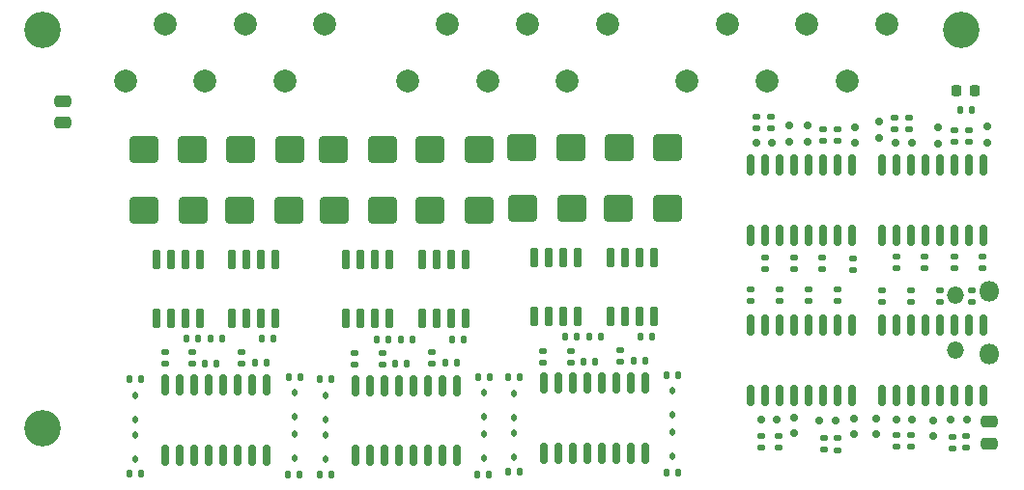
<source format=gbr>
%TF.GenerationSoftware,KiCad,Pcbnew,7.0.8-7.0.8~ubuntu22.04.1*%
%TF.CreationDate,2023-11-05T23:52:12+01:00*%
%TF.ProjectId,door_if4_usb,646f6f72-5f69-4663-945f-7573622e6b69,rev?*%
%TF.SameCoordinates,Original*%
%TF.FileFunction,Soldermask,Top*%
%TF.FilePolarity,Negative*%
%FSLAX46Y46*%
G04 Gerber Fmt 4.6, Leading zero omitted, Abs format (unit mm)*
G04 Created by KiCad (PCBNEW 7.0.8-7.0.8~ubuntu22.04.1) date 2023-11-05 23:52:12*
%MOMM*%
%LPD*%
G01*
G04 APERTURE LIST*
G04 Aperture macros list*
%AMRoundRect*
0 Rectangle with rounded corners*
0 $1 Rounding radius*
0 $2 $3 $4 $5 $6 $7 $8 $9 X,Y pos of 4 corners*
0 Add a 4 corners polygon primitive as box body*
4,1,4,$2,$3,$4,$5,$6,$7,$8,$9,$2,$3,0*
0 Add four circle primitives for the rounded corners*
1,1,$1+$1,$2,$3*
1,1,$1+$1,$4,$5*
1,1,$1+$1,$6,$7*
1,1,$1+$1,$8,$9*
0 Add four rect primitives between the rounded corners*
20,1,$1+$1,$2,$3,$4,$5,0*
20,1,$1+$1,$4,$5,$6,$7,0*
20,1,$1+$1,$6,$7,$8,$9,0*
20,1,$1+$1,$8,$9,$2,$3,0*%
G04 Aperture macros list end*
%ADD10RoundRect,0.135000X0.185000X-0.135000X0.185000X0.135000X-0.185000X0.135000X-0.185000X-0.135000X0*%
%ADD11RoundRect,0.135000X-0.185000X0.135000X-0.185000X-0.135000X0.185000X-0.135000X0.185000X0.135000X0*%
%ADD12RoundRect,0.150000X-0.150000X-0.200000X0.150000X-0.200000X0.150000X0.200000X-0.150000X0.200000X0*%
%ADD13RoundRect,0.150000X0.150000X0.200000X-0.150000X0.200000X-0.150000X-0.200000X0.150000X-0.200000X0*%
%ADD14RoundRect,0.150000X-0.200000X0.150000X-0.200000X-0.150000X0.200000X-0.150000X0.200000X0.150000X0*%
%ADD15RoundRect,0.150000X0.200000X-0.150000X0.200000X0.150000X-0.200000X0.150000X-0.200000X-0.150000X0*%
%ADD16RoundRect,0.250000X-0.475000X0.250000X-0.475000X-0.250000X0.475000X-0.250000X0.475000X0.250000X0*%
%ADD17RoundRect,0.250000X0.475000X-0.250000X0.475000X0.250000X-0.475000X0.250000X-0.475000X-0.250000X0*%
%ADD18C,2.000000*%
%ADD19RoundRect,0.112500X-0.112500X0.187500X-0.112500X-0.187500X0.112500X-0.187500X0.112500X0.187500X0*%
%ADD20RoundRect,0.250000X-1.000000X-0.900000X1.000000X-0.900000X1.000000X0.900000X-1.000000X0.900000X0*%
%ADD21RoundRect,0.135000X-0.135000X-0.185000X0.135000X-0.185000X0.135000X0.185000X-0.135000X0.185000X0*%
%ADD22RoundRect,0.162500X-0.162500X0.750000X-0.162500X-0.750000X0.162500X-0.750000X0.162500X0.750000X0*%
%ADD23RoundRect,0.250000X1.000000X0.900000X-1.000000X0.900000X-1.000000X-0.900000X1.000000X-0.900000X0*%
%ADD24C,3.200000*%
%ADD25RoundRect,0.135000X0.135000X0.185000X-0.135000X0.185000X-0.135000X-0.185000X0.135000X-0.185000X0*%
%ADD26RoundRect,0.150000X0.150000X-0.725000X0.150000X0.725000X-0.150000X0.725000X-0.150000X-0.725000X0*%
%ADD27RoundRect,0.218750X-0.218750X-0.256250X0.218750X-0.256250X0.218750X0.256250X-0.218750X0.256250X0*%
%ADD28RoundRect,0.112500X0.112500X-0.187500X0.112500X0.187500X-0.112500X0.187500X-0.112500X-0.187500X0*%
%ADD29RoundRect,0.162500X0.162500X-0.750000X0.162500X0.750000X-0.162500X0.750000X-0.162500X-0.750000X0*%
%ADD30O,1.800000X1.800000*%
%ADD31O,1.500000X1.500000*%
G04 APERTURE END LIST*
D10*
%TO.C,R59*%
X133400000Y-104810000D03*
X133400000Y-103790000D03*
%TD*%
D11*
%TO.C,R66*%
X128000000Y-130640000D03*
X128000000Y-131660000D03*
%TD*%
D12*
%TO.C,D41*%
X134500000Y-129300000D03*
X133100000Y-129300000D03*
%TD*%
D13*
%TO.C,D40*%
X127550000Y-104900000D03*
X128950000Y-104900000D03*
%TD*%
D12*
%TO.C,D39*%
X146000000Y-129200000D03*
X144600000Y-129200000D03*
%TD*%
D13*
%TO.C,D38*%
X141150000Y-104950000D03*
X139750000Y-104950000D03*
%TD*%
D14*
%TO.C,D37*%
X136100000Y-129150000D03*
X136100000Y-130550000D03*
%TD*%
%TO.C,D36*%
X130450000Y-104850000D03*
X130450000Y-103450000D03*
%TD*%
D15*
%TO.C,D35*%
X143050000Y-129300000D03*
X143050000Y-130700000D03*
%TD*%
%TO.C,D34*%
X138300000Y-103100000D03*
X138300000Y-104500000D03*
%TD*%
D12*
%TO.C,D33*%
X129350000Y-129250000D03*
X127950000Y-129250000D03*
%TD*%
D14*
%TO.C,D32*%
X132050000Y-103450000D03*
X132050000Y-104850000D03*
%TD*%
D12*
%TO.C,D31*%
X141200000Y-129200000D03*
X139800000Y-129200000D03*
%TD*%
D14*
%TO.C,D30*%
X143450000Y-105000000D03*
X143450000Y-103600000D03*
%TD*%
%TO.C,D29*%
X130900000Y-130450000D03*
X130900000Y-129050000D03*
%TD*%
%TO.C,D28*%
X136150000Y-104950000D03*
X136150000Y-103550000D03*
%TD*%
D15*
%TO.C,D27*%
X138050000Y-129150000D03*
X138050000Y-130550000D03*
%TD*%
D14*
%TO.C,D26*%
X147800000Y-104900000D03*
X147800000Y-103500000D03*
%TD*%
D16*
%TO.C,C2*%
X148000000Y-129450000D03*
X148000000Y-131350000D03*
%TD*%
D17*
%TO.C,C1*%
X66750000Y-103200000D03*
X66750000Y-101300000D03*
%TD*%
D18*
%TO.C,J1*%
X139000000Y-94500000D03*
X135500000Y-99500000D03*
X132000000Y-94500000D03*
X128500000Y-99500000D03*
X125000000Y-94500000D03*
X121500000Y-99500000D03*
%TD*%
D19*
%TO.C,D2*%
X106300000Y-130450000D03*
X106300000Y-132550000D03*
%TD*%
D20*
%TO.C,D24*%
X73900000Y-110850000D03*
X78200000Y-110850000D03*
%TD*%
D10*
%TO.C,R8*%
X111300000Y-124210000D03*
X111300000Y-123190000D03*
%TD*%
D21*
%TO.C,R35*%
X72640000Y-125700000D03*
X73660000Y-125700000D03*
%TD*%
D11*
%TO.C,R51*%
X141100000Y-130630000D03*
X141100000Y-131650000D03*
%TD*%
D10*
%TO.C,R60*%
X128800000Y-103660000D03*
X128800000Y-102640000D03*
%TD*%
D20*
%TO.C,D7*%
X115500000Y-105400000D03*
X119800000Y-105400000D03*
%TD*%
D21*
%TO.C,R22*%
X89265000Y-134025000D03*
X90285000Y-134025000D03*
%TD*%
D22*
%TO.C,U3*%
X147445000Y-106912500D03*
X146175000Y-106912500D03*
X144905000Y-106912500D03*
X143635000Y-106912500D03*
X142365000Y-106912500D03*
X141095000Y-106912500D03*
X139825000Y-106912500D03*
X138555000Y-106912500D03*
X138555000Y-113087500D03*
X139825000Y-113087500D03*
X141095000Y-113087500D03*
X142365000Y-113087500D03*
X143635000Y-113087500D03*
X144905000Y-113087500D03*
X146175000Y-113087500D03*
X147445000Y-113087500D03*
%TD*%
D10*
%TO.C,R38*%
X75700000Y-124370000D03*
X75700000Y-123350000D03*
%TD*%
D23*
%TO.C,D22*%
X86600000Y-110850000D03*
X82300000Y-110850000D03*
%TD*%
D10*
%TO.C,R21*%
X139700000Y-103760000D03*
X139700000Y-102740000D03*
%TD*%
D23*
%TO.C,D9*%
X107000000Y-105400000D03*
X111300000Y-105400000D03*
%TD*%
D20*
%TO.C,D16*%
X90525000Y-110875000D03*
X94825000Y-110875000D03*
%TD*%
D24*
%TO.C,H3*%
X65000000Y-130000000D03*
%TD*%
D25*
%TO.C,R39*%
X80760000Y-122150000D03*
X79740000Y-122150000D03*
%TD*%
D10*
%TO.C,R54*%
X136000000Y-116110000D03*
X136000000Y-115090000D03*
%TD*%
D25*
%TO.C,R37*%
X87520000Y-134050000D03*
X86500000Y-134050000D03*
%TD*%
D10*
%TO.C,R17*%
X139800000Y-115910000D03*
X139800000Y-114890000D03*
%TD*%
%TO.C,R55*%
X133350000Y-116060000D03*
X133350000Y-115040000D03*
%TD*%
D26*
%TO.C,Q4*%
X91570000Y-120350000D03*
X92840000Y-120350000D03*
X94110000Y-120350000D03*
X95380000Y-120350000D03*
X95380000Y-115200000D03*
X94110000Y-115200000D03*
X92840000Y-115200000D03*
X91570000Y-115200000D03*
%TD*%
D10*
%TO.C,R20*%
X140950000Y-103760000D03*
X140950000Y-102740000D03*
%TD*%
D25*
%TO.C,R5*%
X120670000Y-133900000D03*
X119650000Y-133900000D03*
%TD*%
D27*
%TO.C,D1*%
X145112500Y-100400000D03*
X146687500Y-100400000D03*
%TD*%
D25*
%TO.C,R10*%
X113410000Y-124150000D03*
X112390000Y-124150000D03*
%TD*%
D18*
%TO.C,J3*%
X89750000Y-94500000D03*
X86250000Y-99500000D03*
X82750000Y-94500000D03*
X79250000Y-99500000D03*
X75750000Y-94500000D03*
X72250000Y-99500000D03*
%TD*%
D10*
%TO.C,R29*%
X99075000Y-124335000D03*
X99075000Y-123315000D03*
%TD*%
D11*
%TO.C,R49*%
X146400000Y-117890000D03*
X146400000Y-118910000D03*
%TD*%
D25*
%TO.C,R4*%
X120710000Y-125350000D03*
X119690000Y-125350000D03*
%TD*%
D11*
%TO.C,R52*%
X144750000Y-130730000D03*
X144750000Y-131750000D03*
%TD*%
D26*
%TO.C,Q6*%
X74945000Y-120325000D03*
X76215000Y-120325000D03*
X77485000Y-120325000D03*
X78755000Y-120325000D03*
X78755000Y-115175000D03*
X77485000Y-115175000D03*
X76215000Y-115175000D03*
X74945000Y-115175000D03*
%TD*%
D11*
%TO.C,R64*%
X132150000Y-117790000D03*
X132150000Y-118810000D03*
%TD*%
D21*
%TO.C,R2*%
X105790000Y-133850000D03*
X106810000Y-133850000D03*
%TD*%
D10*
%TO.C,R9*%
X115600000Y-124160000D03*
X115600000Y-123140000D03*
%TD*%
D25*
%TO.C,R45*%
X78660000Y-122150000D03*
X77640000Y-122150000D03*
%TD*%
%TO.C,R7*%
X113910000Y-122000000D03*
X112890000Y-122000000D03*
%TD*%
D19*
%TO.C,D10*%
X89775000Y-130625000D03*
X89775000Y-132725000D03*
%TD*%
D21*
%TO.C,R31*%
X100265000Y-124275000D03*
X101285000Y-124275000D03*
%TD*%
D10*
%TO.C,R56*%
X130850000Y-116060000D03*
X130850000Y-115040000D03*
%TD*%
D26*
%TO.C,Q1*%
X114745000Y-120175000D03*
X116015000Y-120175000D03*
X117285000Y-120175000D03*
X118555000Y-120175000D03*
X118555000Y-115025000D03*
X117285000Y-115025000D03*
X116015000Y-115025000D03*
X114745000Y-115025000D03*
%TD*%
D11*
%TO.C,R47*%
X141100000Y-117890000D03*
X141100000Y-118910000D03*
%TD*%
D23*
%TO.C,D25*%
X78150000Y-105550000D03*
X73850000Y-105550000D03*
%TD*%
D25*
%TO.C,R12*%
X118410000Y-122000000D03*
X117390000Y-122000000D03*
%TD*%
D26*
%TO.C,Q5*%
X81595000Y-120325000D03*
X82865000Y-120325000D03*
X84135000Y-120325000D03*
X85405000Y-120325000D03*
X85405000Y-115175000D03*
X84135000Y-115175000D03*
X82865000Y-115175000D03*
X81595000Y-115175000D03*
%TD*%
D21*
%TO.C,R11*%
X116790000Y-124100000D03*
X117810000Y-124100000D03*
%TD*%
D28*
%TO.C,D12*%
X103675000Y-128975000D03*
X103675000Y-126875000D03*
%TD*%
D25*
%TO.C,R25*%
X104145000Y-134075000D03*
X103125000Y-134075000D03*
%TD*%
D19*
%TO.C,D18*%
X73150000Y-130600000D03*
X73150000Y-132700000D03*
%TD*%
D28*
%TO.C,D20*%
X87050000Y-128950000D03*
X87050000Y-126850000D03*
%TD*%
D25*
%TO.C,R13*%
X111810000Y-122000000D03*
X110790000Y-122000000D03*
%TD*%
D10*
%TO.C,R18*%
X146200000Y-103840000D03*
X146200000Y-104860000D03*
%TD*%
D22*
%TO.C,U7*%
X135945000Y-106912500D03*
X134675000Y-106912500D03*
X133405000Y-106912500D03*
X132135000Y-106912500D03*
X130865000Y-106912500D03*
X129595000Y-106912500D03*
X128325000Y-106912500D03*
X127055000Y-106912500D03*
X127055000Y-113087500D03*
X128325000Y-113087500D03*
X129595000Y-113087500D03*
X130865000Y-113087500D03*
X132135000Y-113087500D03*
X133405000Y-113087500D03*
X134675000Y-113087500D03*
X135945000Y-113087500D03*
%TD*%
D25*
%TO.C,R30*%
X96885000Y-124325000D03*
X95865000Y-124325000D03*
%TD*%
D10*
%TO.C,R16*%
X142300000Y-115910000D03*
X142300000Y-114890000D03*
%TD*%
%TO.C,R26*%
X92325000Y-124395000D03*
X92325000Y-123375000D03*
%TD*%
D25*
%TO.C,R27*%
X97385000Y-122175000D03*
X96365000Y-122175000D03*
%TD*%
D11*
%TO.C,R46*%
X138600000Y-117890000D03*
X138600000Y-118910000D03*
%TD*%
D25*
%TO.C,R24*%
X104185000Y-125525000D03*
X103165000Y-125525000D03*
%TD*%
D19*
%TO.C,D3*%
X106300000Y-126950000D03*
X106300000Y-129050000D03*
%TD*%
D10*
%TO.C,R57*%
X128300000Y-116060000D03*
X128300000Y-115040000D03*
%TD*%
D11*
%TO.C,R63*%
X129600000Y-117790000D03*
X129600000Y-118810000D03*
%TD*%
D20*
%TO.C,D8*%
X107050000Y-110700000D03*
X111350000Y-110700000D03*
%TD*%
%TO.C,D23*%
X82350000Y-105550000D03*
X86650000Y-105550000D03*
%TD*%
D25*
%TO.C,R42*%
X80260000Y-124300000D03*
X79240000Y-124300000D03*
%TD*%
D23*
%TO.C,D17*%
X94775000Y-105575000D03*
X90475000Y-105575000D03*
%TD*%
D11*
%TO.C,R67*%
X129500000Y-130640000D03*
X129500000Y-131660000D03*
%TD*%
D28*
%TO.C,D5*%
X120200000Y-132450000D03*
X120200000Y-130350000D03*
%TD*%
D25*
%TO.C,R36*%
X87560000Y-125500000D03*
X86540000Y-125500000D03*
%TD*%
D29*
%TO.C,U8*%
X127055000Y-127087500D03*
X128325000Y-127087500D03*
X129595000Y-127087500D03*
X130865000Y-127087500D03*
X132135000Y-127087500D03*
X133405000Y-127087500D03*
X134675000Y-127087500D03*
X135945000Y-127087500D03*
X135945000Y-120912500D03*
X134675000Y-120912500D03*
X133405000Y-120912500D03*
X132135000Y-120912500D03*
X130865000Y-120912500D03*
X129595000Y-120912500D03*
X128325000Y-120912500D03*
X127055000Y-120912500D03*
%TD*%
D21*
%TO.C,R23*%
X89265000Y-125725000D03*
X90285000Y-125725000D03*
%TD*%
D26*
%TO.C,Q2*%
X108095000Y-120175000D03*
X109365000Y-120175000D03*
X110635000Y-120175000D03*
X111905000Y-120175000D03*
X111905000Y-115025000D03*
X110635000Y-115025000D03*
X109365000Y-115025000D03*
X108095000Y-115025000D03*
%TD*%
D29*
%TO.C,U4*%
X92380000Y-132412500D03*
X93650000Y-132412500D03*
X94920000Y-132412500D03*
X96190000Y-132412500D03*
X97460000Y-132412500D03*
X98730000Y-132412500D03*
X100000000Y-132412500D03*
X101270000Y-132412500D03*
X101270000Y-126237500D03*
X100000000Y-126237500D03*
X98730000Y-126237500D03*
X97460000Y-126237500D03*
X96190000Y-126237500D03*
X94920000Y-126237500D03*
X93650000Y-126237500D03*
X92380000Y-126237500D03*
%TD*%
D11*
%TO.C,R68*%
X133500000Y-130880000D03*
X133500000Y-131900000D03*
%TD*%
D29*
%TO.C,U2*%
X108905000Y-132237500D03*
X110175000Y-132237500D03*
X111445000Y-132237500D03*
X112715000Y-132237500D03*
X113985000Y-132237500D03*
X115255000Y-132237500D03*
X116525000Y-132237500D03*
X117795000Y-132237500D03*
X117795000Y-126062500D03*
X116525000Y-126062500D03*
X115255000Y-126062500D03*
X113985000Y-126062500D03*
X112715000Y-126062500D03*
X111445000Y-126062500D03*
X110175000Y-126062500D03*
X108905000Y-126062500D03*
%TD*%
D21*
%TO.C,R3*%
X105790000Y-125550000D03*
X106810000Y-125550000D03*
%TD*%
D23*
%TO.C,D14*%
X103225000Y-110875000D03*
X98925000Y-110875000D03*
%TD*%
D18*
%TO.C,J2*%
X114500000Y-94500000D03*
X111000000Y-99500000D03*
X107500000Y-94500000D03*
X104000000Y-99500000D03*
X100500000Y-94500000D03*
X97000000Y-99500000D03*
%TD*%
D24*
%TO.C,H1*%
X145500000Y-95000000D03*
%TD*%
D28*
%TO.C,D13*%
X103675000Y-132625000D03*
X103675000Y-130525000D03*
%TD*%
D11*
%TO.C,R69*%
X134700000Y-130890000D03*
X134700000Y-131910000D03*
%TD*%
D26*
%TO.C,Q3*%
X98220000Y-120350000D03*
X99490000Y-120350000D03*
X100760000Y-120350000D03*
X102030000Y-120350000D03*
X102030000Y-115200000D03*
X100760000Y-115200000D03*
X99490000Y-115200000D03*
X98220000Y-115200000D03*
%TD*%
D10*
%TO.C,R15*%
X144900000Y-115910000D03*
X144900000Y-114890000D03*
%TD*%
D20*
%TO.C,D15*%
X98975000Y-105575000D03*
X103275000Y-105575000D03*
%TD*%
D11*
%TO.C,R53*%
X145950000Y-130680000D03*
X145950000Y-131700000D03*
%TD*%
D10*
%TO.C,R19*%
X144900000Y-104860000D03*
X144900000Y-103840000D03*
%TD*%
D28*
%TO.C,D21*%
X87050000Y-132600000D03*
X87050000Y-130500000D03*
%TD*%
D25*
%TO.C,R33*%
X95285000Y-122175000D03*
X94265000Y-122175000D03*
%TD*%
%TO.C,R44*%
X85260000Y-122150000D03*
X84240000Y-122150000D03*
%TD*%
D19*
%TO.C,D19*%
X73150000Y-127100000D03*
X73150000Y-129200000D03*
%TD*%
D10*
%TO.C,R61*%
X127550000Y-103660000D03*
X127550000Y-102640000D03*
%TD*%
D24*
%TO.C,H2*%
X65000000Y-95000000D03*
%TD*%
D25*
%TO.C,R32*%
X101885000Y-122175000D03*
X100865000Y-122175000D03*
%TD*%
D10*
%TO.C,R41*%
X82450000Y-124310000D03*
X82450000Y-123290000D03*
%TD*%
D11*
%TO.C,R50*%
X139800000Y-130600000D03*
X139800000Y-131620000D03*
%TD*%
D25*
%TO.C,R1*%
X146410000Y-102100000D03*
X145390000Y-102100000D03*
%TD*%
D10*
%TO.C,R6*%
X108850000Y-124220000D03*
X108850000Y-123200000D03*
%TD*%
D11*
%TO.C,R48*%
X143650000Y-117890000D03*
X143650000Y-118910000D03*
%TD*%
D10*
%TO.C,R14*%
X147400000Y-115910000D03*
X147400000Y-114890000D03*
%TD*%
D23*
%TO.C,D6*%
X119750000Y-110700000D03*
X115450000Y-110700000D03*
%TD*%
D21*
%TO.C,R34*%
X72640000Y-134000000D03*
X73660000Y-134000000D03*
%TD*%
D11*
%TO.C,R62*%
X127050000Y-117790000D03*
X127050000Y-118810000D03*
%TD*%
D28*
%TO.C,D4*%
X120200000Y-128800000D03*
X120200000Y-126700000D03*
%TD*%
D10*
%TO.C,R28*%
X94775000Y-124385000D03*
X94775000Y-123365000D03*
%TD*%
D11*
%TO.C,R65*%
X134700000Y-117790000D03*
X134700000Y-118810000D03*
%TD*%
D10*
%TO.C,R58*%
X134700000Y-104810000D03*
X134700000Y-103790000D03*
%TD*%
D29*
%TO.C,U6*%
X138555000Y-127087500D03*
X139825000Y-127087500D03*
X141095000Y-127087500D03*
X142365000Y-127087500D03*
X143635000Y-127087500D03*
X144905000Y-127087500D03*
X146175000Y-127087500D03*
X147445000Y-127087500D03*
X147445000Y-120912500D03*
X146175000Y-120912500D03*
X144905000Y-120912500D03*
X143635000Y-120912500D03*
X142365000Y-120912500D03*
X141095000Y-120912500D03*
X139825000Y-120912500D03*
X138555000Y-120912500D03*
%TD*%
D10*
%TO.C,R40*%
X78150000Y-124360000D03*
X78150000Y-123340000D03*
%TD*%
D21*
%TO.C,R43*%
X83640000Y-124250000D03*
X84660000Y-124250000D03*
%TD*%
D19*
%TO.C,D11*%
X89775000Y-127125000D03*
X89775000Y-129225000D03*
%TD*%
D29*
%TO.C,U5*%
X75755000Y-126212500D03*
X77025000Y-126212500D03*
X78295000Y-126212500D03*
X79565000Y-126212500D03*
X80835000Y-126212500D03*
X82105000Y-126212500D03*
X83375000Y-126212500D03*
X84645000Y-126212500D03*
X84645000Y-132387500D03*
X83375000Y-132387500D03*
X82105000Y-132387500D03*
X80835000Y-132387500D03*
X79565000Y-132387500D03*
X78295000Y-132387500D03*
X77025000Y-132387500D03*
X75755000Y-132387500D03*
%TD*%
D30*
%TO.C,U1*%
X148000000Y-118000000D03*
D31*
X144970000Y-118300000D03*
X144970000Y-123150000D03*
D30*
X148000000Y-123450000D03*
%TD*%
M02*

</source>
